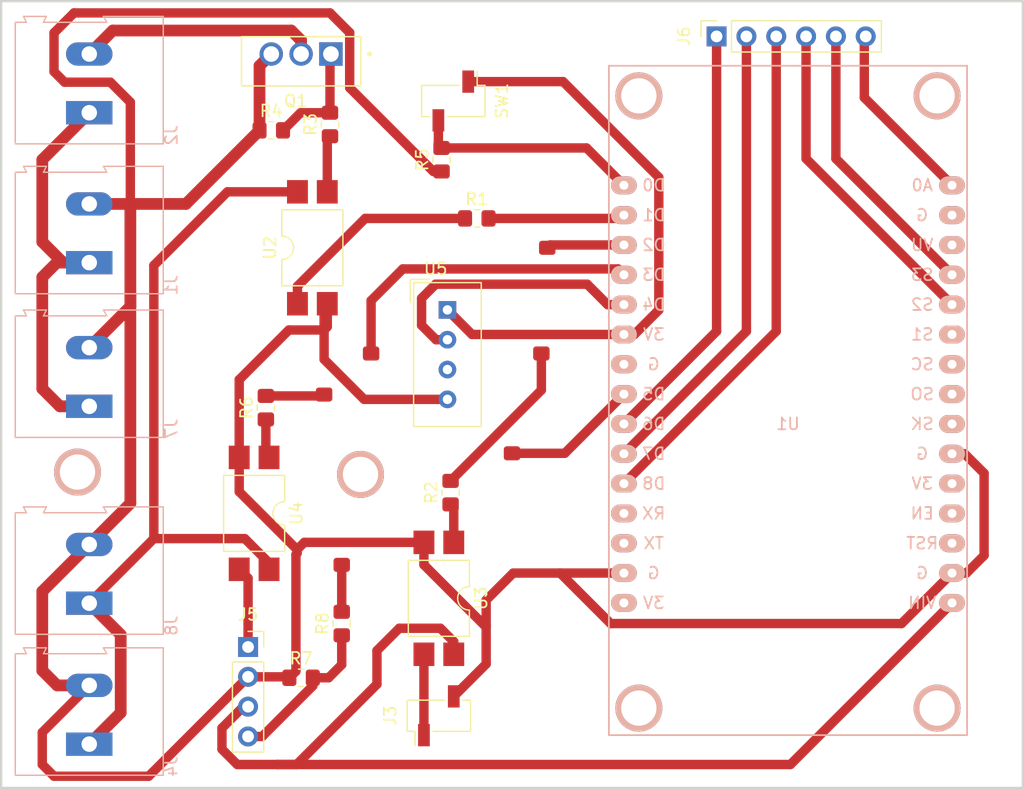
<source format=kicad_pcb>
(kicad_pcb (version 20221018) (generator pcbnew)
  (layers (0 "F.Cu" signal) (31 "B.Cu" signal) (34 "B.Paste" user) (35 "F.Paste" user) (36 "B.SilkS" user "B.Silkscreen") (37 "F.SilkS" user "F.Silkscreen") (38 "B.Mask" user) (39 "F.Mask" user) (44 "Edge.Cuts" user))
  (net 0 "")
  (net 11 "+12V")
  (net 12 "GND")
  (net 13 "Net-(J2-Pin_2)")
  (net 14 "Net-(J3-Pin_1)")
  (net 15 "+5V")
  (net 16 "Net-(J5-Pin_1)")
  (net 17 "Net-(J5-Pin_4)")
  (net 18 "Net-(J6-Pin_1)")
  (net 19 "Net-(J6-Pin_2)")
  (net 20 "Net-(J6-Pin_3)")
  (net 21 "Net-(J6-Pin_4)")
  (net 22 "Net-(J6-Pin_5)")
  (net 23 "Net-(J6-Pin_6)")
  (net 24 "Net-(Q1-Pad1)")
  (net 25 "Net-(R1-Pad1)")
  (net 26 "Net-(U1-D1(GPIO5))")
  (net 27 "Net-(R2-Pad1)")
  (net 28 "Net-(U1-D2(GPIO4))")
  (net 29 "Net-(R3-Pad1)")
  (net 30 "Net-(U1-D0(GPIO16))")
  (net 31 "Net-(R6-Pad1)")
  (net 32 "Net-(U1-D3(GPIO0))")
  (net 33 "Net-(U1-D5(GPIO14))")
  (net 34 "+3.3V")
  (net 35 "Net-(U1-D4(GPIO2))")
  (footprint "Package_DIP:SMDIP-4_W9.53mm" (layer "F.Cu") (at 87.27 133.85 -90)
    (fp_text reference "U3" (at 0 -3.6 90) (layer "F.SilkS"))
    (fp_text value "LTV-817S")
    (fp_line (start -3.235 -2.6) (end -3.235 2.6) (stroke (width 0.12)) (layer "F.SilkS"))
    (fp_line (start -3.235 2.6) (end 3.235 2.6) (stroke (width 0.12)) (layer "F.SilkS"))
    (fp_line (start -1 -2.6) (end -3.235 -2.6) (stroke (width 0.12)) (layer "F.SilkS"))
    (fp_line (start 3.235 -2.6) (end 1 -2.6) (stroke (width 0.12)) (layer "F.SilkS"))
    (fp_line (start 3.235 2.6) (end 3.235 -2.6) (stroke (width 0.12)) (layer "F.SilkS"))
    (fp_arc (start 1 -2.6) (mid 0 -1.6) (end -1 -2.6) (stroke (width 0.12)) (layer "F.SilkS"))
    (pad "1" smd rect (at -4.765 -1.27 270) (size 2 1.78) (layers "F.Cu" "F.Paste" "F.Mask") (net 27 "Net-(R2-Pad1)"))
    (pad "2" smd rect (at -4.765 1.27 270) (size 2 1.78) (layers "F.Cu" "F.Paste" "F.Mask") (net 12 "GND"))
    (pad "3" smd rect (at 4.765 1.27 270) (size 2 1.78) (layers "F.Cu" "F.Paste" "F.Mask") (net 14 "Net-(J3-Pin_1)"))
    (pad "4" smd rect (at 4.765 -1.27 270) (size 2 1.78) (layers "F.Cu" "F.Paste" "F.Mask") (net 15 "+5V"))
  )
  (footprint "Package_DIP:SMDIP-4_W9.53mm" (layer "F.Cu") (at 71.54 126.615 -90)
    (fp_text reference "U4" (at 0 -3.6 90) (layer "F.SilkS"))
    (fp_text value "LTV-817S")
    (fp_line (start -3.235 -2.6) (end -3.235 2.6) (stroke (width 0.12)) (layer "F.SilkS"))
    (fp_line (start -3.235 2.6) (end 3.235 2.6) (stroke (width 0.12)) (layer "F.SilkS"))
    (fp_line (start -1 -2.6) (end -3.235 -2.6) (stroke (width 0.12)) (layer "F.SilkS"))
    (fp_line (start 3.235 -2.6) (end 1 -2.6) (stroke (width 0.12)) (layer "F.SilkS"))
    (fp_line (start 3.235 2.6) (end 3.235 -2.6) (stroke (width 0.12)) (layer "F.SilkS"))
    (fp_arc (start 1 -2.6) (mid 0 -1.6) (end -1 -2.6) (stroke (width 0.12)) (layer "F.SilkS"))
    (pad "1" smd rect (at -4.765 -1.27 270) (size 2 1.78) (layers "F.Cu" "F.Paste" "F.Mask") (net 31 "Net-(R6-Pad1)"))
    (pad "2" smd rect (at -4.765 1.27 270) (size 2 1.78) (layers "F.Cu" "F.Paste" "F.Mask") (net 12 "GND"))
    (pad "3" smd rect (at 4.765 1.27 270) (size 2 1.78) (layers "F.Cu" "F.Paste" "F.Mask") (net 16 "Net-(J5-Pin_1)"))
    (pad "4" smd rect (at 4.765 -1.27 270) (size 2 1.78) (layers "F.Cu" "F.Paste" "F.Mask") (net 15 "+5V"))
  )
  (footprint "Resistor_SMD:R_0805_2012Metric_Pad1.20x1.40mm_HandSolder" (layer "F.Cu") (at 79 136 90)
    (fp_text reference "R8" (at 0 -1.65 90) (layer "F.SilkS"))
    (fp_text value "330R")
    (fp_line (start -0.227064 -0.735) (end 0.227064 -0.735) (stroke (width 0.12)) (layer "F.SilkS"))
    (fp_line (start -0.227064 0.735) (end 0.227064 0.735) (stroke (width 0.12)) (layer "F.SilkS"))
    (pad "1" smd roundrect (at -1 0 90) (size 1.2 1.4) (layers "F.Cu" "F.Paste" "F.Mask") (roundrect_rratio 0.2083333333) (net 17 "Net-(J5-Pin_4)"))
    (pad "2" smd roundrect (at 1 0 90) (size 1.2 1.4) (layers "F.Cu" "F.Paste" "F.Mask") (roundrect_rratio 0.2083333333) (net 33 "Net-(U1-D5(GPIO14))"))
  )
  (footprint "" (layer "F.Cu") (at 77.5 116.5)
    (fp_text reference "" (at 0 0) (layer "F.SilkS") (effects (font (size 1.27 1.27))))
    (fp_text value "" (at 0 0) (layer "F.SilkS") (effects (font (size 1.27 1.27))))
    (pad "2" smd roundrect (at 0 0 90) (size 1.2 1.4) (layers "F.Cu" "F.Paste" "F.Mask") (roundrect_rratio 0.2083333333) (net 32 "Net-(U1-D3(GPIO0))"))
  )
  (footprint "" (layer "F.Cu") (at 80.6 123.3)
    (fp_text reference "" (at 0 0) (layer "F.SilkS") (effects (font (size 1.27 1.27))))
    (fp_text value "" (at 0 0) (layer "F.SilkS") (effects (font (size 1.27 1.27))))
    (pad "10" thru_hole circle (at 0 0 180) (size 4 4) (drill 3) (layers "*.Cu" "*.Mask" "B.SilkS") (net 12 "GND"))
  )
  (footprint "" (layer "F.Cu") (at 96.5 104)
    (fp_text reference "" (at 0 0) (layer "F.SilkS") (effects (font (size 1.27 1.27))))
    (fp_text value "" (at 0 0) (layer "F.SilkS") (effects (font (size 1.27 1.27))))
    (pad "2" smd roundrect (at 0 0 90) (size 1.2 1.4) (layers "F.Cu" "F.Paste" "F.Mask") (roundrect_rratio 0.2083333333) (net 28 "Net-(U1-D2(GPIO4))"))
  )
  (footprint "" (layer "F.Cu") (at 81.5 113)
    (fp_text reference "" (at 0 0) (layer "F.SilkS") (effects (font (size 1.27 1.27))))
    (fp_text value "" (at 0 0) (layer "F.SilkS") (effects (font (size 1.27 1.27))))
    (pad "2" smd roundrect (at 0 0 90) (size 1.2 1.4) (layers "F.Cu" "F.Paste" "F.Mask") (roundrect_rratio 0.2083333333) (net 32 "Net-(U1-D3(GPIO0))"))
  )
  (footprint "Connector_PinSocket_2.54mm:PinSocket_1x02_P2.54mm_Vertical_SMD_Pin1Left" (layer "F.Cu") (at 88.5 91.5 -90)
    (fp_text reference "SW1" (at 0 -4.14 90) (layer "F.SilkS"))
    (fp_text value "button")
    (fp_line (start -2.54 -2.03) (end -1.33 -2.03) (stroke (width 0.12)) (layer "F.SilkS"))
    (fp_line (start -1.33 -2.7) (end -1.33 -2.03) (stroke (width 0.12)) (layer "F.SilkS"))
    (fp_line (start -1.33 -2.7) (end 1.33 -2.7) (stroke (width 0.12)) (layer "F.SilkS"))
    (fp_line (start -1.33 -0.51) (end -1.33 2.7) (stroke (width 0.12)) (layer "F.SilkS"))
    (fp_line (start -1.33 2.7) (end 1.33 2.7) (stroke (width 0.12)) (layer "F.SilkS"))
    (fp_line (start 1.33 -2.7) (end 1.33 0.51) (stroke (width 0.12)) (layer "F.SilkS"))
    (fp_line (start 1.33 2.03) (end 1.33 2.7) (stroke (width 0.12)) (layer "F.SilkS"))
    (pad "1" smd rect (at -1.65 -1.27 270) (size 1.9 1) (layers "F.Cu" "F.Paste" "F.Mask") (net 34 "+3.3V"))
    (pad "2" smd rect (at 1.65 1.27 270) (size 1.9 1) (layers "F.Cu" "F.Paste" "F.Mask") (net 30 "Net-(U1-D0(GPIO16))"))
  )
  (footprint "Resistor_SMD:R_0805_2012Metric_Pad1.20x1.40mm_HandSolder" (layer "F.Cu") (at 78 93.5 90)
    (fp_text reference "R3" (at 0 -1.65 90) (layer "F.SilkS"))
    (fp_text value "100R")
    (fp_line (start -0.227064 -0.735) (end 0.227064 -0.735) (stroke (width 0.12)) (layer "F.SilkS"))
    (fp_line (start -0.227064 0.735) (end 0.227064 0.735) (stroke (width 0.12)) (layer "F.SilkS"))
    (pad "1" smd roundrect (at -1 0 90) (size 1.2 1.4) (layers "F.Cu" "F.Paste" "F.Mask") (roundrect_rratio 0.2083333333) (net 29 "Net-(R3-Pad1)"))
    (pad "2" smd roundrect (at 1 0 90) (size 1.2 1.4) (layers "F.Cu" "F.Paste" "F.Mask") (roundrect_rratio 0.2083333333) (net 24 "Net-(Q1-Pad1)"))
  )
  (footprint "" (layer "F.Cu") (at 129.7 91.06)
    (fp_text reference "" (at 0 0) (layer "F.SilkS") (effects (font (size 1.27 1.27))))
    (fp_text value "" (at 0 0) (layer "F.SilkS") (effects (font (size 1.27 1.27))))
    (pad "10" thru_hole circle (at 0 0 180) (size 4 4) (drill 3) (layers "*.Cu" "*.Mask" "B.SilkS") (net 12 "GND"))
  )
  (footprint "Resistor_SMD:R_0805_2012Metric_Pad1.20x1.40mm_HandSolder" (layer "F.Cu") (at 73 94)
    (fp_text reference "R4" (at 0 -1.65) (layer "F.SilkS"))
    (fp_text value "10K")
    (fp_line (start -0.227064 -0.735) (end 0.227064 -0.735) (stroke (width 0.12)) (layer "F.SilkS"))
    (fp_line (start -0.227064 0.735) (end 0.227064 0.735) (stroke (width 0.12)) (layer "F.SilkS"))
    (pad "1" smd roundrect (at -1 0) (size 1.2 1.4) (layers "F.Cu" "F.Paste" "F.Mask") (roundrect_rratio 0.2083333333) (net 12 "GND"))
    (pad "2" smd roundrect (at 1 0) (size 1.2 1.4) (layers "F.Cu" "F.Paste" "F.Mask") (roundrect_rratio 0.2083333333) (net 24 "Net-(Q1-Pad1)"))
  )
  (footprint "IRFZ44N:TO254P1016X419X2286-3" (layer "F.Cu") (at 75.54 87.5 180)
    (fp_text reference "Q1" (at 0.46 -4) (layer "F.SilkS"))
    (fp_text value "IRFZ44N")
    (fp_line (start -5.08 -2.7175) (end 5.08 -2.7175) (stroke (width 0.127)) (layer "F.SilkS"))
    (fp_line (start -5.08 1.4775) (end -5.08 -2.7175) (stroke (width 0.127)) (layer "F.SilkS"))
    (fp_line (start 5.08 -2.7175) (end 5.08 1.4775) (stroke (width 0.127)) (layer "F.SilkS"))
    (fp_line (start 5.08 1.4775) (end -5.08 1.4775) (stroke (width 0.127)) (layer "F.SilkS"))
    (fp_circle (center -5.83 0) (end -5.73 0) (stroke (width 0.2)) (fill none) (layer "F.SilkS"))
    (pad "1" thru_hole rect (at -2.54 0 180) (size 1.995 1.995) (drill 1.33) (layers "*.Cu" "*.Mask") (net 24 "Net-(Q1-Pad1)"))
    (pad "2" thru_hole circle (at 0 0 180) (size 1.995 1.995) (drill 1.33) (layers "*.Cu" "*.Mask") (net 13 "Net-(J2-Pin_2)"))
    (pad "3" thru_hole circle (at 2.54 0 180) (size 1.995 1.995) (drill 1.33) (layers "*.Cu" "*.Mask") (net 12 "GND"))
  )
  (footprint "" (layer "F.Cu") (at 129.7 143.2)
    (fp_text reference "" (at 0 0) (layer "F.SilkS") (effects (font (size 1.27 1.27))))
    (fp_text value "" (at 0 0) (layer "F.SilkS") (effects (font (size 1.27 1.27))))
    (pad "10" thru_hole circle (at 0 0 180) (size 4 4) (drill 3) (layers "*.Cu" "*.Mask" "B.SilkS") (net 12 "GND"))
  )
  (footprint "Resistor_SMD:R_0805_2012Metric_Pad1.20x1.40mm_HandSolder" (layer "F.Cu") (at 72.54 117.615 90)
    (fp_text reference "R6" (at 0 -1.65 90) (layer "F.SilkS"))
    (fp_text value "330R")
    (fp_line (start -0.227064 -0.735) (end 0.227064 -0.735) (stroke (width 0.12)) (layer "F.SilkS"))
    (fp_line (start -0.227064 0.735) (end 0.227064 0.735) (stroke (width 0.12)) (layer "F.SilkS"))
    (pad "1" smd roundrect (at -1 0 90) (size 1.2 1.4) (layers "F.Cu" "F.Paste" "F.Mask") (roundrect_rratio 0.2083333333) (net 31 "Net-(R6-Pad1)"))
    (pad "2" smd roundrect (at 1 0 90) (size 1.2 1.4) (layers "F.Cu" "F.Paste" "F.Mask") (roundrect_rratio 0.2083333333) (net 32 "Net-(U1-D3(GPIO0))"))
  )
  (footprint "" (layer "F.Cu") (at 56.5 123.1)
    (fp_text reference "" (at 0 0) (layer "F.SilkS") (effects (font (size 1.27 1.27))))
    (fp_text value "" (at 0 0) (layer "F.SilkS") (effects (font (size 1.27 1.27))))
    (pad "10" thru_hole circle (at 0 0 180) (size 4 4) (drill 3) (layers "*.Cu" "*.Mask" "B.SilkS") (net 12 "GND"))
  )
  (footprint "" (layer "F.Cu") (at 104.3 143.2)
    (fp_text reference "" (at 0 0) (layer "F.SilkS") (effects (font (size 1.27 1.27))))
    (fp_text value "" (at 0 0) (layer "F.SilkS") (effects (font (size 1.27 1.27))))
    (pad "10" thru_hole circle (at 0 0 180) (size 4 4) (drill 3) (layers "*.Cu" "*.Mask" "B.SilkS"))
  )
  (footprint "Connector_PinSocket_2.54mm:PinSocket_1x02_P2.54mm_Vertical_SMD_Pin1Left" (layer "F.Cu") (at 87.27 143.85 90)
    (fp_text reference "J3" (at 0 -4.14 90) (layer "F.SilkS"))
    (fp_text value "button_led")
    (fp_line (start -2.54 -2.03) (end -1.33 -2.03) (stroke (width 0.12)) (layer "F.SilkS"))
    (fp_line (start -1.33 -2.7) (end -1.33 -2.03) (stroke (width 0.12)) (layer "F.SilkS"))
    (fp_line (start -1.33 -2.7) (end 1.33 -2.7) (stroke (width 0.12)) (layer "F.SilkS"))
    (fp_line (start -1.33 -0.51) (end -1.33 2.7) (stroke (width 0.12)) (layer "F.SilkS"))
    (fp_line (start -1.33 2.7) (end 1.33 2.7) (stroke (width 0.12)) (layer "F.SilkS"))
    (fp_line (start 1.33 -2.7) (end 1.33 0.51) (stroke (width 0.12)) (layer "F.SilkS"))
    (fp_line (start 1.33 2.03) (end 1.33 2.7) (stroke (width 0.12)) (layer "F.SilkS"))
    (pad "1" smd rect (at -1.65 -1.27 90) (size 1.9 1) (layers "F.Cu" "F.Paste" "F.Mask") (net 14 "Net-(J3-Pin_1)"))
    (pad "2" smd rect (at 1.65 1.27 90) (size 1.9 1) (layers "F.Cu" "F.Paste" "F.Mask") (net 12 "GND"))
  )
  (footprint "" (layer "F.Cu") (at 79 131)
    (fp_text reference "" (at 0 0) (layer "F.SilkS") (effects (font (size 1.27 1.27))))
    (fp_text value "" (at 0 0) (layer "F.SilkS") (effects (font (size 1.27 1.27))))
    (pad "2" smd roundrect (at 0 0 90) (size 1.2 1.4) (layers "F.Cu" "F.Paste" "F.Mask") (roundrect_rratio 0.2083333333) (net 33 "Net-(U1-D5(GPIO14))"))
  )
  (footprint "Resistor_SMD:R_0805_2012Metric_Pad1.20x1.40mm_HandSolder" (layer "F.Cu") (at 90.5 101.5)
    (fp_text reference "R1" (at 0 -1.65) (layer "F.SilkS"))
    (fp_text value "330R")
    (fp_line (start -0.227064 -0.735) (end 0.227064 -0.735) (stroke (width 0.12)) (layer "F.SilkS"))
    (fp_line (start -0.227064 0.735) (end 0.227064 0.735) (stroke (width 0.12)) (layer "F.SilkS"))
    (pad "1" smd roundrect (at -1 0) (size 1.2 1.4) (layers "F.Cu" "F.Paste" "F.Mask") (roundrect_rratio 0.2083333333) (net 25 "Net-(R1-Pad1)"))
    (pad "2" smd roundrect (at 1 0) (size 1.2 1.4) (layers "F.Cu" "F.Paste" "F.Mask") (roundrect_rratio 0.2083333333) (net 26 "Net-(U1-D1(GPIO5))"))
  )
  (footprint "Connector_PinSocket_2.54mm:PinSocket_1x06_P2.54mm_Vertical" (layer "F.Cu") (at 110.92 86 90)
    (fp_text reference "J6" (at 0 -2.77 90) (layer "F.SilkS"))
    (fp_text value "Conn_01x06_Socket" hide)
    (fp_line (start -1.33 1.27) (end -1.33 14.03) (stroke (width 0.12)) (layer "F.SilkS"))
    (fp_line (start -1.33 1.27) (end 1.33 1.27) (stroke (width 0.12)) (layer "F.SilkS"))
    (fp_line (start -1.33 14.03) (end 1.33 14.03) (stroke (width 0.12)) (layer "F.SilkS"))
    (fp_line (start 0 -1.33) (end 1.33 -1.33) (stroke (width 0.12)) (layer "F.SilkS"))
    (fp_line (start 1.33 -1.33) (end 1.33 0) (stroke (width 0.12)) (layer "F.SilkS"))
    (fp_line (start 1.33 1.27) (end 1.33 14.03) (stroke (width 0.12)) (layer "F.SilkS"))
    (pad "1" thru_hole rect (at 0 0 90) (size 1.7 1.7) (drill 1) (layers "*.Cu" "*.Mask") (net 18 "Net-(J6-Pin_1)"))
    (pad "2" thru_hole oval (at 0 2.54 90) (size 1.7 1.7) (drill 1) (layers "*.Cu" "*.Mask") (net 19 "Net-(J6-Pin_2)"))
    (pad "3" thru_hole oval (at 0 5.08 90) (size 1.7 1.7) (drill 1) (layers "*.Cu" "*.Mask") (net 20 "Net-(J6-Pin_3)"))
    (pad "4" thru_hole oval (at 0 7.62 90) (size 1.7 1.7) (drill 1) (layers "*.Cu" "*.Mask") (net 21 "Net-(J6-Pin_4)"))
    (pad "5" thru_hole oval (at 0 10.16 90) (size 1.7 1.7) (drill 1) (layers "*.Cu" "*.Mask") (net 22 "Net-(J6-Pin_5)"))
    (pad "6" thru_hole oval (at 0 12.7 90) (size 1.7 1.7) (drill 1) (layers "*.Cu" "*.Mask") (net 23 "Net-(J6-Pin_6)"))
  )
  (footprint "" (layer "F.Cu") (at 104.3 91.06)
    (fp_text reference "" (at 0 0) (layer "F.SilkS") (effects (font (size 1.27 1.27))))
    (fp_text value "" (at 0 0) (layer "F.SilkS") (effects (font (size 1.27 1.27))))
    (pad "10" thru_hole circle (at 0 0 180) (size 4 4) (drill 3) (layers "*.Cu" "*.Mask" "B.SilkS"))
  )
  (footprint "" (layer "F.Cu") (at 93.5 121.5)
    (fp_text reference "" (at 0 0) (layer "F.SilkS") (effects (font (size 1.27 1.27))))
    (fp_text value "" (at 0 0) (layer "F.SilkS") (effects (font (size 1.27 1.27))))
    (pad "2" smd roundrect (at 0 0 90) (size 1.2 1.4) (layers "F.Cu" "F.Paste" "F.Mask") (roundrect_rratio 0.2083333333) (net 33 "Net-(U1-D5(GPIO14))"))
  )
  (footprint "Connector_PinSocket_2.54mm:PinSocket_1x04_P2.54mm_Vertical" (layer "F.Cu") (at 71.025 137.995)
    (fp_text reference "J5" (at 0 -2.77) (layer "F.SilkS"))
    (fp_text value "relay+button")
    (fp_line (start -1.33 1.27) (end -1.33 8.95) (stroke (width 0.12)) (layer "F.SilkS"))
    (fp_line (start -1.33 1.27) (end 1.33 1.27) (stroke (width 0.12)) (layer "F.SilkS"))
    (fp_line (start -1.33 8.95) (end 1.33 8.95) (stroke (width 0.12)) (layer "F.SilkS"))
    (fp_line (start 0 -1.33) (end 1.33 -1.33) (stroke (width 0.12)) (layer "F.SilkS"))
    (fp_line (start 1.33 -1.33) (end 1.33 0) (stroke (width 0.12)) (layer "F.SilkS"))
    (fp_line (start 1.33 1.27) (end 1.33 8.95) (stroke (width 0.12)) (layer "F.SilkS"))
    (pad "1" thru_hole rect (at 0 0) (size 1.7 1.7) (drill 1) (layers "*.Cu" "*.Mask") (net 16 "Net-(J5-Pin_1)"))
    (pad "2" thru_hole oval (at 0 2.54) (size 1.7 1.7) (drill 1) (layers "*.Cu" "*.Mask") (net 12 "GND"))
    (pad "3" thru_hole oval (at 0 5.08) (size 1.7 1.7) (drill 1) (layers "*.Cu" "*.Mask") (net 15 "+5V"))
    (pad "4" thru_hole oval (at 0 7.62) (size 1.7 1.7) (drill 1) (layers "*.Cu" "*.Mask") (net 17 "Net-(J5-Pin_4)"))
  )
  (footprint "" (layer "F.Cu") (at 96 113)
    (fp_text reference "" (at 0 0) (layer "F.SilkS") (effects (font (size 1.27 1.27))))
    (fp_text value "" (at 0 0) (layer "F.SilkS") (effects (font (size 1.27 1.27))))
    (pad "2" smd roundrect (at 0 0 90) (size 1.2 1.4) (layers "F.Cu" "F.Paste" "F.Mask") (roundrect_rratio 0.2083333333) (net 28 "Net-(U1-D2(GPIO4))"))
  )
  (footprint "Resistor_SMD:R_0805_2012Metric_Pad1.20x1.40mm_HandSolder" (layer "F.Cu") (at 88.27 124.85 90)
    (fp_text reference "R2" (at 0 -1.65 90) (layer "F.SilkS"))
    (fp_text value "330R")
    (fp_line (start -0.227064 -0.735) (end 0.227064 -0.735) (stroke (width 0.12)) (layer "F.SilkS"))
    (fp_line (start -0.227064 0.735) (end 0.227064 0.735) (stroke (width 0.12)) (layer "F.SilkS"))
    (pad "1" smd roundrect (at -1 0 90) (size 1.2 1.4) (layers "F.Cu" "F.Paste" "F.Mask") (roundrect_rratio 0.2083333333) (net 27 "Net-(R2-Pad1)"))
    (pad "2" smd roundrect (at 1 0 90) (size 1.2 1.4) (layers "F.Cu" "F.Paste" "F.Mask") (roundrect_rratio 0.2083333333) (net 28 "Net-(U1-D2(GPIO4))"))
  )
  (footprint "Package_DIP:SMDIP-4_W9.53mm" (layer "F.Cu") (at 76.5 104 90)
    (fp_text reference "U2" (at 0 -3.6 90) (layer "F.SilkS"))
    (fp_text value "LTV-817S")
    (fp_line (start -3.235 -2.6) (end -3.235 2.6) (stroke (width 0.12)) (layer "F.SilkS"))
    (fp_line (start -3.235 2.6) (end 3.235 2.6) (stroke (width 0.12)) (layer "F.SilkS"))
    (fp_line (start -1 -2.6) (end -3.235 -2.6) (stroke (width 0.12)) (layer "F.SilkS"))
    (fp_line (start 3.235 -2.6) (end 1 -2.6) (stroke (width 0.12)) (layer "F.SilkS"))
    (fp_line (start 3.235 2.6) (end 3.235 -2.6) (stroke (width 0.12)) (layer "F.SilkS"))
    (fp_arc (start 1 -2.6) (mid 0 -1.6) (end -1 -2.6) (stroke (width 0.12)) (layer "F.SilkS"))
    (pad "1" smd rect (at -4.765 -1.27 90) (size 2 1.78) (layers "F.Cu" "F.Paste" "F.Mask") (net 25 "Net-(R1-Pad1)"))
    (pad "2" smd rect (at -4.765 1.27 90) (size 2 1.78) (layers "F.Cu" "F.Paste" "F.Mask") (net 12 "GND"))
    (pad "3" smd rect (at 4.765 1.27 90) (size 2 1.78) (layers "F.Cu" "F.Paste" "F.Mask") (net 29 "Net-(R3-Pad1)"))
    (pad "4" smd rect (at 4.765 -1.27 90) (size 2 1.78) (layers "F.Cu" "F.Paste" "F.Mask") (net 15 "+5V"))
  )
  (footprint "Resistor_SMD:R_0805_2012Metric_Pad1.20x1.40mm_HandSolder" (layer "F.Cu") (at 87.5 96.5 90)
    (fp_text reference "R5" (at 0 -1.65 90) (layer "F.SilkS"))
    (fp_text value "10K")
    (fp_line (start -0.227064 -0.735) (end 0.227064 -0.735) (stroke (width 0.12)) (layer "F.SilkS"))
    (fp_line (start -0.227064 0.735) (end 0.227064 0.735) (stroke (width 0.12)) (layer "F.SilkS"))
    (pad "1" smd roundrect (at -1 0 90) (size 1.2 1.4) (layers "F.Cu" "F.Paste" "F.Mask") (roundrect_rratio 0.2083333333) (net 12 "GND"))
    (pad "2" smd roundrect (at 1 0 90) (size 1.2 1.4) (layers "F.Cu" "F.Paste" "F.Mask") (roundrect_rratio 0.2083333333) (net 30 "Net-(U1-D0(GPIO16))"))
  )
  (footprint "Resistor_SMD:R_0805_2012Metric_Pad1.20x1.40mm_HandSolder" (layer "F.Cu") (at 75.54 140.615)
    (fp_text reference "R7" (at 0 -1.65) (layer "F.SilkS"))
    (fp_text value "10K")
    (fp_line (start -0.227064 -0.735) (end 0.227064 -0.735) (stroke (width 0.12)) (layer "F.SilkS"))
    (fp_line (start -0.227064 0.735) (end 0.227064 0.735) (stroke (width 0.12)) (layer "F.SilkS"))
    (pad "1" smd roundrect (at -1 0) (size 1.2 1.4) (layers "F.Cu" "F.Paste" "F.Mask") (roundrect_rratio 0.2083333333) (net 12 "GND"))
    (pad "2" smd roundrect (at 1 0) (size 1.2 1.4) (layers "F.Cu" "F.Paste" "F.Mask") (roundrect_rratio 0.2083333333) (net 17 "Net-(J5-Pin_4)"))
  )
  (footprint "Sensor:Aosong_DHT11_5.5x12.0_P2.54mm" (layer "F.Cu") (at 88 109.2875)
    (fp_text reference "U5" (at -1 -3.5) (layer "F.SilkS"))
    (fp_text value "DHT11")
    (fp_line (start -3.16 -2.6) (end -3.16 -0.6) (stroke (width 0.12)) (layer "F.SilkS"))
    (fp_line (start -3.16 -2.6) (end -1.55 -2.6) (stroke (width 0.12)) (layer "F.SilkS"))
    (fp_line (start -2.88 9.94) (end -2.88 -2.31) (stroke (width 0.12)) (layer "F.SilkS"))
    (fp_line (start -2.87 -2.32) (end 2.87 -2.32) (stroke (width 0.12)) (layer "F.SilkS"))
    (fp_line (start 2.88 -2.32) (end 2.88 9.94) (stroke (width 0.12)) (layer "F.SilkS"))
    (fp_line (start 2.88 9.94) (end -2.88 9.94) (stroke (width 0.12)) (layer "F.SilkS"))
    (pad "1" thru_hole rect (at 0 0) (size 1.5 1.5) (drill 0.8) (layers "*.Cu" "*.Mask") (net 34 "+3.3V"))
    (pad "2" thru_hole circle (at 0 2.54) (size 1.5 1.5) (drill 0.8) (layers "*.Cu" "*.Mask") (net 35 "Net-(U1-D4(GPIO2))"))
    (pad "3" thru_hole circle (at 0 5.08) (size 1.5 1.5) (drill 0.8) (layers "*.Cu" "*.Mask"))
    (pad "4" thru_hole circle (at 0 7.62) (size 1.5 1.5) (drill 0.8) (layers "*.Cu" "*.Mask") (net 12 "GND"))
  )
  (footprint "TerminalBlock:TerminalBlock_Altech_AK300-2_P5.00mm" (layer "B.Cu") (at 57.5 134.265 90)
    (fp_text reference "J8" (at -1.92 6.99 90) (layer "B.SilkS") (effects (justify mirror)))
    (fp_text value "5v" hide)
    (fp_line (start -2.65 -6.3) (end 7.7 -6.3) (stroke (width 0.12)) (layer "B.SilkS"))
    (fp_line (start -2.65 6.3) (end -2.65 -6.3) (stroke (width 0.12)) (layer "B.SilkS"))
    (fp_line (start 7.7 -6.3) (end 7.7 -5.35) (stroke (width 0.12)) (layer "B.SilkS"))
    (fp_line (start 7.7 -5.35) (end 8.2 -5.6) (stroke (width 0.12)) (layer "B.SilkS"))
    (fp_line (start 7.7 -3.9) (end 7.7 1.5) (stroke (width 0.12)) (layer "B.SilkS"))
    (fp_line (start 7.7 1.5) (end 8.2 1.2) (stroke (width 0.12)) (layer "B.SilkS"))
    (fp_line (start 8.2 -5.6) (end 8.2 -3.7) (stroke (width 0.12)) (layer "B.SilkS"))
    (fp_line (start 8.2 -3.7) (end 8.2 -3.65) (stroke (width 0.12)) (layer "B.SilkS"))
    (fp_line (start 8.2 -3.65) (end 7.7 -3.9) (stroke (width 0.12)) (layer "B.SilkS"))
    (fp_line (start 8.2 1.2) (end 8.2 6.3) (stroke (width 0.12)) (layer "B.SilkS"))
    (fp_line (start 8.2 6.3) (end -2.65 6.3) (stroke (width 0.12)) (layer "B.SilkS"))
    (pad "1" thru_hole rect (at 0 0 90) (size 1.98 3.96) (drill 1.32) (layers "*.Cu" "*.Mask") (net 15 "+5V"))
    (pad "2" thru_hole oval (at 5 0 90) (size 1.98 3.96) (drill 1.32) (layers "*.Cu" "*.Mask") (net 12 "GND"))
  )
  (footprint "TerminalBlock:TerminalBlock_Altech_AK300-2_P5.00mm" (layer "B.Cu") (at 57.5 117.5 90)
    (fp_text reference "J7" (at -1.92 6.99 90) (layer "B.SilkS") (effects (justify mirror)))
    (fp_text value "12v" hide)
    (fp_line (start -2.65 -6.3) (end 7.7 -6.3) (stroke (width 0.12)) (layer "B.SilkS"))
    (fp_line (start -2.65 6.3) (end -2.65 -6.3) (stroke (width 0.12)) (layer "B.SilkS"))
    (fp_line (start 7.7 -6.3) (end 7.7 -5.35) (stroke (width 0.12)) (layer "B.SilkS"))
    (fp_line (start 7.7 -5.35) (end 8.2 -5.6) (stroke (width 0.12)) (layer "B.SilkS"))
    (fp_line (start 7.7 -3.9) (end 7.7 1.5) (stroke (width 0.12)) (layer "B.SilkS"))
    (fp_line (start 7.7 1.5) (end 8.2 1.2) (stroke (width 0.12)) (layer "B.SilkS"))
    (fp_line (start 8.2 -5.6) (end 8.2 -3.7) (stroke (width 0.12)) (layer "B.SilkS"))
    (fp_line (start 8.2 -3.7) (end 8.2 -3.65) (stroke (width 0.12)) (layer "B.SilkS"))
    (fp_line (start 8.2 -3.65) (end 7.7 -3.9) (stroke (width 0.12)) (layer "B.SilkS"))
    (fp_line (start 8.2 1.2) (end 8.2 6.3) (stroke (width 0.12)) (layer "B.SilkS"))
    (fp_line (start 8.2 6.3) (end -2.65 6.3) (stroke (width 0.12)) (layer "B.SilkS"))
    (pad "1" thru_hole rect (at 0 0 90) (size 1.98 3.96) (drill 1.32) (layers "*.Cu" "*.Mask") (net 11 "+12V"))
    (pad "2" thru_hole oval (at 5 0 90) (size 1.98 3.96) (drill 1.32) (layers "*.Cu" "*.Mask") (net 12 "GND"))
  )
  (footprint "TerminalBlock:TerminalBlock_Altech_AK300-2_P5.00mm" (layer "B.Cu") (at 57.5 105.265 90)
    (fp_text reference "J1" (at -1.92 6.99 90) (layer "B.SilkS") (effects (justify mirror)))
    (fp_text value "12v")
    (fp_line (start -2.65 -6.3) (end 7.7 -6.3) (stroke (width 0.12)) (layer "B.SilkS"))
    (fp_line (start -2.65 6.3) (end -2.65 -6.3) (stroke (width 0.12)) (layer "B.SilkS"))
    (fp_line (start 7.7 -6.3) (end 7.7 -5.35) (stroke (width 0.12)) (layer "B.SilkS"))
    (fp_line (start 7.7 -5.35) (end 8.2 -5.6) (stroke (width 0.12)) (layer "B.SilkS"))
    (fp_line (start 7.7 -3.9) (end 7.7 1.5) (stroke (width 0.12)) (layer "B.SilkS"))
    (fp_line (start 7.7 1.5) (end 8.2 1.2) (stroke (width 0.12)) (layer "B.SilkS"))
    (fp_line (start 8.2 -5.6) (end 8.2 -3.7) (stroke (width 0.12)) (layer "B.SilkS"))
    (fp_line (start 8.2 -3.7) (end 8.2 -3.65) (stroke (width 0.12)) (layer "B.SilkS"))
    (fp_line (start 8.2 -3.65) (end 7.7 -3.9) (stroke (width 0.12)) (layer "B.SilkS"))
    (fp_line (start 8.2 1.2) (end 8.2 6.3) (stroke (width 0.12)) (layer "B.SilkS"))
    (fp_line (start 8.2 6.3) (end -2.65 6.3) (stroke (width 0.12)) (layer "B.SilkS"))
    (pad "1" thru_hole rect (at 0 0 90) (size 1.98 3.96) (drill 1.32) (layers "*.Cu" "*.Mask") (net 11 "+12V"))
    (pad "2" thru_hole oval (at 5 0 90) (size 1.98 3.96) (drill 1.32) (layers "*.Cu" "*.Mask") (net 12 "GND"))
  )
  (footprint "ESP8266:NodeMCU-LoLinV3" (layer "B.Cu") (at 117 119 180)
    (fp_text reference "U1" (at 0 0) (layer "B.SilkS") (effects (justify mirror)))
    (fp_text value "NodeMCU1.0(ESP-12E)")
    (fp_text user "SK" (at -11.43 0) (layer "B.SilkS") (effects (justify mirror)))
    (fp_text user "D8" (at 11.43 -5.08) (layer "B.SilkS") (effects (justify mirror)))
    (fp_text user "D0" (at 11.43 20.32) (layer "B.SilkS") (effects (justify mirror)))
    (fp_text user "S1" (at -11.43 7.62) (layer "B.SilkS") (effects (justify mirror)))
    (fp_text user "RX" (at 11.43 -7.62) (layer "B.SilkS") (effects (justify mirror)))
    (fp_text user "RST" (at -11.43 -10.16) (layer "B.SilkS") (effects (justify mirror)))
    (fp_text user "D3" (at 11.43 12.7) (layer "B.SilkS") (effects (justify mirror)))
    (fp_text user "D7" (at 11.43 -2.54) (layer "B.SilkS") (effects (justify mirror)))
    (fp_text user "SO" (at -11.43 2.54) (layer "B.SilkS") (effects (justify mirror)))
    (fp_text user "D4" (at 11.43 10.16) (layer "B.SilkS") (effects (justify mirror)))
    (fp_text user "D2" (at 11.43 15.24) (layer "B.SilkS") (effects (justify mirror)))
    (fp_text user "G" (at 11.43 5.08) (layer "B.SilkS") (effects (justify mirror)))
    (fp_text user "3V" (at 11.43 7.62) (layer "B.SilkS") (effects (justify mirror)))
    (fp_text user "G" (at -11.43 -2.54) (layer "B.SilkS") (effects (justify mirror)))
    (fp_text user "3V" (at -11.43 -5.08) (layer "B.SilkS") (effects (justify mirror)))
    (fp_text user "VU" (at -11.43 15.24) (layer "B.SilkS") (effects (justify mirror)))
    (fp_text user "SC" (at -11.43 5.08) (layer "B.SilkS") (effects (justify mirror)))
    (fp_text user "S3" (at -11.43 12.7) (layer "B.SilkS") (effects (justify mirror)))
    (fp_text user "D5" (at 11.43 2.54) (layer "B.SilkS") (effects (justify mirror)))
    (fp_text user "S2" (at -11.43 10.16) (layer "B.SilkS") (effects (justify mirror)))
    (fp_text user "3V" (at 11.43 -15.24) (layer "B.SilkS") (effects (justify mirror)))
    (fp_text user "A0" (at -11.43 20.32) (layer "B.SilkS") (effects (justify mirror)))
    (fp_text user "G" (at -11.43 17.78) (layer "B.SilkS") (effects (justify mirror)))
    (fp_text user "TX" (at 11.43 -10.16) (layer "B.SilkS") (effects (justify mirror)))
    (fp_text user "D6" (at 11.43 0) (layer "B.SilkS") (effects (justify mirror)))
    (fp_text user "D1" (at 11.43 17.78) (layer "B.SilkS") (effects (justify mirror)))
    (fp_text user "G" (at 11.43 -12.7) (layer "B.SilkS") (effects (justify mirror)))
    (fp_text user "G" (at -11.43 -12.7) (layer "B.SilkS") (effects (justify mirror)))
    (fp_text user "EN" (at -11.43 -7.62) (layer "B.SilkS") (effects (justify mirror)))
    (fp_text user "VIN" (at -11.43 -15.24) (layer "B.SilkS") (effects (justify mirror)))
    (fp_line (start -15.25 -26.5) (end 15.25 -26.5) (stroke (width 0.15)) (layer "B.SilkS"))
    (fp_line (start -15.25 30.5) (end -15.25 -26.5) (stroke (width 0.15)) (layer "B.SilkS"))
    (fp_line (start -14.75 30.5) (end -15.25 30.5) (stroke (width 0.15)) (layer "B.SilkS"))
    (fp_line (start 15.25 -26.5) (end 15.25 30.5) (stroke (width 0.15)) (layer "B.SilkS"))
    (fp_line (start 15.25 30.5) (end -14.75 30.5) (stroke (width 0.15)) (layer "B.SilkS"))
    (fp_circle (center -12.7 -24.13) (end -11.43 -22.86) (stroke (width 0.15)) (fill none) (layer "B.SilkS"))
    (fp_circle (center -12.7 27.94) (end -11.43 29.21) (stroke (width 0.15)) (fill none) (layer "B.SilkS"))
    (fp_circle (center 12.7 -24.13) (end 13.97 -22.86) (stroke (width 0.15)) (fill none) (layer "B.SilkS"))
    (fp_circle (center 12.7 27.94) (end 13.97 29.21) (stroke (width 0.15)) (fill none) (layer "B.SilkS"))
    (pad "1" thru_hole oval (at -13.97 20.32 180) (size 2.2 1.524) (drill 0.762) (layers "*.Cu" "*.Mask" "B.SilkS") (net 23 "Net-(J6-Pin_6)"))
    (pad "2" thru_hole oval (at -13.97 17.78 180) (size 2.2 1.524) (drill 0.762) (layers "*.Cu" "*.Mask" "B.SilkS"))
    (pad "3" thru_hole oval (at -13.97 15.24 180) (size 2.2 1.524) (drill 0.762) (layers "*.Cu" "*.Mask" "B.SilkS"))
    (pad "4" thru_hole oval (at -13.97 12.7 180) (size 2.2 1.524) (drill 0.762) (layers "*.Cu" "*.Mask" "B.SilkS") (net 22 "Net-(J6-Pin_5)"))
    (pad "5" thru_hole oval (at -13.97 10.16 180) (size 2.2 1.524) (drill 0.762) (layers "*.Cu" "*.Mask" "B.SilkS") (net 21 "Net-(J6-Pin_4)"))
    (pad "6" thru_hole oval (at -13.97 7.62 180) (size 2.2 1.524) (drill 0.762) (layers "*.Cu" "*.Mask" "B.SilkS"))
    (pad "7" thru_hole oval (at -13.97 5.08 180) (size 2.2 1.524) (drill 0.762) (layers "*.Cu" "*.Mask" "B.SilkS"))
    (pad "8" thru_hole oval (at -13.97 2.54 180) (size 2.2 1.524) (drill 0.762) (layers "*.Cu" "*.Mask" "B.SilkS"))
    (pad "9" thru_hole oval (at -13.97 0 180) (size 2.2 1.524) (drill 0.762) (layers "*.Cu" "*.Mask" "B.SilkS"))
    (pad "10" thru_hole oval (at -13.97 -2.54 180) (size 2.2 1.524) (drill 0.762) (layers "*.Cu" "*.Mask" "B.SilkS") (net 12 "GND"))
    (pad "11" thru_hole oval (at -13.97 -5.08 180) (size 2.2 1.524) (drill 0.762) (layers "*.Cu" "*.Mask" "B.SilkS") (net 34 "+3.3V"))
    (pad "12" thru_hole oval (at -13.97 -7.62 180) (size 2.2 1.524) (drill 0.762) (layers "*.Cu" "*.Mask" "B.SilkS"))
    (pad "13" thru_hole oval (at -13.97 -10.16 180) (size 2.2 1.524) (drill 0.762) (layers "*.Cu" "*.Mask" "B.SilkS"))
    (pad "14" thru_hole oval (at -13.97 -12.7 180) (size 2.2 1.524) (drill 0.762) (layers "*.Cu" "*.Mask" "B.SilkS") (net 12 "GND"))
    (pad "15" thru_hole oval (at -13.97 -15.24 180) (size 2.2 1.524) (drill 0.762) (layers "*.Cu" "*.Mask" "B.SilkS") (net 15 "+5V"))
    (pad "16" thru_hole oval (at 13.97 -15.24 180) (size 2.2 1.524) (drill 0.762) (layers "*.Cu" "*.Mask" "B.SilkS") (net 34 "+3.3V"))
    (pad "17" thru_hole oval (at 13.97 -12.7 180) (size 2.2 1.524) (drill 0.762) (layers "*.Cu" "*.Mask" "B.SilkS") (net 12 "GND"))
    (pad "18" thru_hole oval (at 13.97 -10.16 180) (size 2.2 1.524) (drill 0.762) (layers "*.Cu" "*.Mask" "B.SilkS"))
    (pad "19" thru_hole oval (at 13.97 -7.62 180) (size 2.2 1.524) (drill 0.762) (layers "*.Cu" "*.Mask" "B.SilkS"))
    (pad "20" thru_hole oval (at 13.97 -5.08 180) (size 2.2 1.524) (drill 0.762) (layers "*.Cu" "*.Mask" "B.SilkS") (net 20 "Net-(J6-Pin_3)"))
    (pad "21" thru_hole oval (at 13.97 -2.54 180) (size 2.2 1.524) (drill 0.762) (layers "*.Cu" "*.Mask" "B.SilkS") (net 19 "Net-(J6-Pin_2)"))
    (pad "22" thru_hole oval (at 13.97 0 180) (size 2.2 1.524) (drill 0.762) (layers "*.Cu" "*.Mask" "B.SilkS") (net 18 "Net-(J6-Pin_1)"))
    (pad "23" thru_hole oval (at 13.97 2.54 180) (size 2.2 1.524) (drill 0.762) (layers "*.Cu" "*.Mask" "B.SilkS") (net 33 "Net-(U1-D5(GPIO14))"))
    (pad "24" thru_hole oval (at 13.97 5.08 180) (size 2.2 1.524) (drill 0.762) (layers "*.Cu" "*.Mask" "B.SilkS") (net 12 "GND"))
    (pad "25" thru_hole oval (at 13.97 7.62 180) (size 2.2 1.524) (drill 0.762) (layers "*.Cu" "*.Mask" "B.SilkS") (net 34 "+3.3V"))
    (pad "26" thru_hole oval (at 13.97 10.16 180) (size 2.2 1.524) (drill 0.762) (layers "*.Cu" "*.Mask" "B.SilkS") (net 35 "Net-(U1-D4(GPIO2))"))
    (pad "27" thru_hole oval (at 13.97 12.7 180) (size 2.2 1.524) (drill 0.762) (layers "*.Cu" "*.Mask" "B.SilkS") (net 32 "Net-(U1-D3(GPIO0))"))
    (pad "28" thru_hole oval (at 13.97 15.24 180) (size 2.2 1.524) (drill 0.762) (layers "*.Cu" "*.Mask" "B.SilkS") (net 28 "Net-(U1-D2(GPIO4))"))
    (pad "29" thru_hole oval (at 13.97 17.78 180) (size 2.2 1.524) (drill 0.762) (layers "*.Cu" "*.Mask" "B.SilkS") (net 26 "Net-(U1-D1(GPIO5))"))
    (pad "30" thru_hole oval (at 13.97 20.32 180) (size 2.2 1.524) (drill 0.762) (layers "*.Cu" "*.Mask" "B.SilkS") (net 30 "Net-(U1-D0(GPIO16))"))
  )
  (footprint "TerminalBlock:TerminalBlock_Altech_AK300-2_P5.00mm" (layer "B.Cu") (at 57.5 146.265 90)
    (fp_text reference "J4" (at -1.92 6.99 90) (layer "B.SilkS") (effects (justify mirror)))
    (fp_text value "5v" hide)
    (fp_line (start -2.65 -6.3) (end 7.7 -6.3) (stroke (width 0.12)) (layer "B.SilkS"))
    (fp_line (start -2.65 6.3) (end -2.65 -6.3) (stroke (width 0.12)) (layer "B.SilkS"))
    (fp_line (start 7.7 -6.3) (end 7.7 -5.35) (stroke (width 0.12)) (layer "B.SilkS"))
    (fp_line (start 7.7 -5.35) (end 8.2 -5.6) (stroke (width 0.12)) (layer "B.SilkS"))
    (fp_line (start 7.7 -3.9) (end 7.7 1.5) (stroke (width 0.12)) (layer "B.SilkS"))
    (fp_line (start 7.7 1.5) (end 8.2 1.2) (stroke (width 0.12)) (layer "B.SilkS"))
    (fp_line (start 8.2 -5.6) (end 8.2 -3.7) (stroke (width 0.12)) (layer "B.SilkS"))
    (fp_line (start 8.2 -3.7) (end 8.2 -3.65) (stroke (width 0.12)) (layer "B.SilkS"))
    (fp_line (start 8.2 -3.65) (end 7.7 -3.9) (stroke (width 0.12)) (layer "B.SilkS"))
    (fp_line (start 8.2 1.2) (end 8.2 6.3) (stroke (width 0.12)) (layer "B.SilkS"))
    (fp_line (start 8.2 6.3) (end -2.65 6.3) (stroke (width 0.12)) (layer "B.SilkS"))
    (pad "1" thru_hole rect (at 0 0 90) (size 1.98 3.96) (drill 1.32) (layers "*.Cu" "*.Mask") (net 15 "+5V"))
    (pad "2" thru_hole oval (at 5 0 90) (size 1.98 3.96) (drill 1.32) (layers "*.Cu" "*.Mask") (net 12 "GND"))
  )
  (footprint "TerminalBlock:TerminalBlock_Altech_AK300-2_P5.00mm" (layer "B.Cu") (at 57.5 92.5 90)
    (fp_text reference "J2" (at -1.92 6.99 90) (layer "B.SilkS") (effects (justify mirror)))
    (fp_text value "led_strip")
    (fp_line (start -2.65 -6.3) (end 7.7 -6.3) (stroke (width 0.12)) (layer "B.SilkS"))
    (fp_line (start -2.65 6.3) (end -2.65 -6.3) (stroke (width 0.12)) (layer "B.SilkS"))
    (fp_line (start 7.7 -6.3) (end 7.7 -5.35) (stroke (width 0.12)) (layer "B.SilkS"))
    (fp_line (start 7.7 -5.35) (end 8.2 -5.6) (stroke (width 0.12)) (layer "B.SilkS"))
    (fp_line (start 7.7 -3.9) (end 7.7 1.5) (stroke (width 0.12)) (layer "B.SilkS"))
    (fp_line (start 7.7 1.5) (end 8.2 1.2) (stroke (width 0.12)) (layer "B.SilkS"))
    (fp_line (start 8.2 -5.6) (end 8.2 -3.7) (stroke (width 0.12)) (layer "B.SilkS"))
    (fp_line (start 8.2 -3.7) (end 8.2 -3.65) (stroke (width 0.12)) (layer "B.SilkS"))
    (fp_line (start 8.2 -3.65) (end 7.7 -3.9) (stroke (width 0.12)) (layer "B.SilkS"))
    (fp_line (start 8.2 1.2) (end 8.2 6.3) (stroke (width 0.12)) (layer "B.SilkS"))
    (fp_line (start 8.2 6.3) (end -2.65 6.3) (stroke (width 0.12)) (layer "B.SilkS"))
    (pad "1" thru_hole rect (at 0 0 90) (size 1.98 3.96) (drill 1.32) (layers "*.Cu" "*.Mask") (net 11 "+12V"))
    (pad "2" thru_hole oval (at 5 0 90) (size 1.98 3.96) (drill 1.32) (layers "*.Cu" "*.Mask") (net 13 "Net-(J2-Pin_2)"))
  )
  (gr_rect (start 50 83) (end 137 150) (stroke (width 0.2)) (fill none) (layer "Edge.Cuts"))
  (segment (start 54.735 105.265) (end 53.5 106.5) (width 1) (layer "F.Cu") (net 11))
  (segment (start 57.5 105.265) (end 54.735 105.265) (width 1) (layer "F.Cu") (net 11))
  (segment (start 53.5 106.5) (end 53.5 116) (width 1) (layer "F.Cu") (net 11))
  (segment (start 55.265 105.265) (end 57.5 105.265) (width 1) (layer "F.Cu") (net 11))
  (segment (start 53.5 116) (end 55 117.5) (width 1) (layer "F.Cu") (net 11))
  (segment (start 55 117.5) (end 57.5 117.5) (width 1) (layer "F.Cu") (net 11))
  (segment (start 57.5 92.5) (end 53.5 96.5) (width 1) (layer "F.Cu") (net 11))
  (segment (start 53.5 96.5) (end 53.5 103.5) (width 1) (layer "F.Cu") (net 11))
  (segment (start 53.5 103.5) (end 55.265 105.265) (width 1) (layer "F.Cu") (net 11))
  (segment (start 88 116.9075) (end 80.9075 116.9075) (width 0.8) (layer "F.Cu") (net 12))
  (segment (start 61 125.765) (end 61 108) (width 1) (layer "F.Cu") (net 12))
  (segment (start 75.1 140.055) (end 74.54 140.615) (width 0.8) (layer "F.Cu") (net 12))
  (segment (start 77.5 109.035) (end 77.77 108.765) (width 0.8) (layer "F.Cu") (net 12))
  (segment (start 61 91.6) (end 61 100.265) (width 0.8) (layer "F.Cu") (net 12))
  (segment (start 71.025 140.535) (end 74.46 140.535) (width 0.8) (layer "F.Cu") (net 12))
  (segment (start 75.2 129.7) (end 75.815 129.085) (width 0.8) (layer "F.Cu") (net 12))
  (segment (start 79.6775 90.3775) (end 79.6775 85.6775) (width 0.8) (layer "F.Cu") (net 12))
  (segment (start 77.5 113.5) (end 77.5 109.035) (width 0.8) (layer "F.Cu") (net 12))
  (segment (start 78 84) (end 56.2 84) (width 0.8) (layer "F.Cu") (net 12))
  (segment (start 70.27 115.23) (end 70.27 121.85) (width 0.8) (layer "F.Cu") (net 12))
  (segment (start 62.56 149) (end 71.025 140.535) (width 0.8) (layer "F.Cu") (net 12))
  (segment (start 57.5 100.265) (end 61 100.265) (width 1) (layer "F.Cu") (net 12))
  (segment (start 56.2 84) (end 54.5 85.7) (width 0.8) (layer "F.Cu") (net 12))
  (segment (start 53.5 133.265) (end 53.5 140) (width 1) (layer "F.Cu") (net 12))
  (segment (start 86.8 97.5) (end 79.6775 90.3775) (width 0.8) (layer "F.Cu") (net 12))
  (segment (start 77.77 110.73) (end 77.5 111) (width 0.8) (layer "F.Cu") (net 12))
  (segment (start 72 88.5) (end 72 94) (width 1) (layer "F.Cu") (net 12))
  (segment (start 101.9 136) (end 97.6 131.7) (width 0.8) (layer "F.Cu") (net 12))
  (segment (start 74.46 140.535) (end 74.54 140.615) (width 0.8) (layer "F.Cu") (net 12))
  (segment (start 133.7 130.2) (end 132.2 131.7) (width 0.8) (layer "F.Cu") (net 12))
  (segment (start 59.3 89.9) (end 61 91.6) (width 0.8) (layer "F.Cu") (net 12))
  (segment (start 126.67 136) (end 101.9 136) (width 0.8) (layer "F.Cu") (net 12))
  (segment (start 80.9075 116.9075) (end 77.5 113.5) (width 0.8) (layer "F.Cu") (net 12))
  (segment (start 74.5 111) (end 70.27 115.23) (width 0.8) (layer "F.Cu") (net 12))
  (segment (start 93.6 131.7) (end 91.3 134) (width 0.8) (layer "F.Cu") (net 12))
  (segment (start 54.765 141.265) (end 57.5 141.265) (width 1) (layer "F.Cu") (net 12))
  (segment (start 57.5 112.5) (end 61 109) (width 1) (layer "F.Cu") (net 12))
  (segment (start 87.5 97.5) (end 86.8 97.5) (width 0.8) (layer "F.Cu") (net 12))
  (segment (start 54.5 89) (end 55.4 89.9) (width 0.8) (layer "F.Cu") (net 12))
  (segment (start 65.735 100.265) (end 72 94) (width 1) (layer "F.Cu") (net 12))
  (segment (start 91.2 136.2) (end 91.3 136.2) (width 0.8) (layer "F.Cu") (net 12))
  (segment (start 103.03 131.7) (end 93.6 131.7) (width 0.8) (layer "F.Cu") (net 12))
  (segment (start 53.5 140) (end 54.765 141.265) (width 1) (layer "F.Cu") (net 12))
  (segment (start 133.7 123.2) (end 133.7 130.2) (width 0.8) (layer "F.Cu") (net 12))
  (segment (start 97.6 131.7) (end 97.5 131.7) (width 0.8) (layer "F.Cu") (net 12))
  (segment (start 77.5 111) (end 74.5 111) (width 0.8) (layer "F.Cu") (net 12))
  (segment (start 53.5 145.265) (end 53.5 148) (width 0.8) (layer "F.Cu") (net 12))
  (segment (start 86 131) (end 91.2 136.2) (width 0.8) (layer "F.Cu") (net 12))
  (segment (start 132.2 131.7) (end 130.97 131.7) (width 0.8) (layer "F.Cu") (net 12))
  (segment (start 77.77 108.765) (end 77.77 110.73) (width 0.8) (layer "F.Cu") (net 12))
  (segment (start 61 108) (end 61 100.265) (width 1) (layer "F.Cu") (net 12))
  (segment (start 130.97 131.7) (end 126.67 136) (width 0.8) (layer "F.Cu") (net 12))
  (segment (start 91.3 139.44) (end 88.54 142.2) (width 0.8) (layer "F.Cu") (net 12))
  (segment (start 54.5 85.7) (end 54.5 89) (width 0.8) (layer "F.Cu") (net 12))
  (segment (start 57.5 129.265) (end 61 125.765) (width 1) (layer "F.Cu") (net 12))
  (segment (start 79.6775 85.6775) (end 78 84) (width 0.8) (layer "F.Cu") (net 12))
  (segment (start 70.27 121.85) (end 70.27 124.77) (width 0.8) (layer "F.Cu") (net 12))
  (segment (start 53.5 148) (end 54.5 149) (width 0.8) (layer "F.Cu") (net 12))
  (segment (start 130.97 121.54) (end 132.04 121.54) (width 0.8) (layer "F.Cu") (net 12))
  (segment (start 57.5 141.265) (end 53.5 145.265) (width 0.8) (layer "F.Cu") (net 12))
  (segment (start 61 109) (end 61 108) (width 1) (layer "F.Cu") (net 12))
  (segment (start 55.4 89.9) (end 59.3 89.9) (width 0.8) (layer "F.Cu") (net 12))
  (segment (start 132.04 121.54) (end 133.7 123.2) (width 0.8) (layer "F.Cu") (net 12))
  (segment (start 61 100.265) (end 65.735 100.265) (width 1) (layer "F.Cu") (net 12))
  (segment (start 73 87.5) (end 72 88.5) (width 1) (layer "F.Cu") (net 12))
  (segment (start 70.27 124.77) (end 75.2 129.7) (width 0.8) (layer "F.Cu") (net 12))
  (segment (start 57.5 129.265) (end 53.5 133.265) (width 1) (layer "F.Cu") (net 12))
  (segment (start 86 129.085) (end 86 131) (width 0.8) (layer "F.Cu") (net 12))
  (segment (start 54.5 149) (end 62.56 149) (width 0.8) (layer "F.Cu") (net 12))
  (segment (start 75.2 130.02) (end 75.1 130.12) (width 0.8) (layer "F.Cu") (net 12))
  (segment (start 75.815 129.085) (end 86 129.085) (width 0.8) (layer "F.Cu") (net 12))
  (segment (start 91.3 134) (end 91.3 139.44) (width 0.8) (layer "F.Cu") (net 12))
  (segment (start 75.1 130.12) (end 75.1 140.055) (width 0.8) (layer "F.Cu") (net 12))
  (segment (start 75.2 129.7) (end 75.2 130.02) (width 0.8) (layer "F.Cu") (net 12))
  (segment (start 74.7 85.5) (end 75.54 86.34) (width 1) (layer "F.Cu") (net 13))
  (segment (start 75.54 86.34) (end 75.54 87.5) (width 1) (layer "F.Cu") (net 13))
  (segment (start 57.5 87.5) (end 59.5 85.5) (width 1) (layer "F.Cu") (net 13))
  (segment (start 59.5 85.5) (end 74.7 85.5) (width 1) (layer "F.Cu") (net 13))
  (segment (start 86 145.5) (end 86 138.615) (width 0.8) (layer "F.Cu") (net 14))
  (segment (start 60.18 136.945) (end 57.5 134.265) (width 1) (layer "F.Cu") (net 15))
  (segment (start 87.4 136.4) (end 83.9 136.4) (width 0.8) (layer "F.Cu") (net 15))
  (segment (start 73.5 148) (end 70.1 148) (width 0.8) (layer "F.Cu") (net 15))
  (segment (start 57.5 134.265) (end 63 128.765) (width 0.8) (layer "F.Cu") (net 15))
  (segment (start 130.97 134.24) (end 117.21 148) (width 0.8) (layer "F.Cu") (net 15))
  (segment (start 68.8 146.7) (end 68.8 144.9) (width 0.8) (layer "F.Cu") (net 15))
  (segment (start 75.16401 148) (end 73.5 148) (width 0.8) (layer "F.Cu") (net 15))
  (segment (start 83.9 136.4) (end 82 138.3) (width 0.8) (layer "F.Cu") (net 15))
  (segment (start 88.54 138.615) (end 88.54 137.54) (width 0.8) (layer "F.Cu") (net 15))
  (segment (start 68.8 144.9) (end 70.625 143.075) (width 0.8) (layer "F.Cu") (net 15))
  (segment (start 82 138.3) (end 82 141.16401) (width 0.8) (layer "F.Cu") (net 15))
  (segment (start 70.1 148) (end 68.8 146.7) (width 0.8) (layer "F.Cu") (net 15))
  (segment (start 57.5 146.265) (end 60.18 143.585) (width 1) (layer "F.Cu") (net 15))
  (segment (start 117.21 148) (end 73.5 148) (width 0.8) (layer "F.Cu") (net 15))
  (segment (start 82 141.16401) (end 75.16401 148) (width 0.8) (layer "F.Cu") (net 15))
  (segment (start 63 128.765) (end 63 105.5) (width 0.8) (layer "F.Cu") (net 15))
  (segment (start 70.745 128.765) (end 63 128.765) (width 0.8) (layer "F.Cu") (net 15))
  (segment (start 63 105.5) (end 69.265 99.235) (width 0.8) (layer "F.Cu") (net 15))
  (segment (start 69.265 99.235) (end 75.23 99.235) (width 0.8) (layer "F.Cu") (net 15))
  (segment (start 72.81 130.83) (end 70.745 128.765) (width 0.8) (layer "F.Cu") (net 15))
  (segment (start 72.81 131.38) (end 72.81 130.83) (width 0.8) (layer "F.Cu") (net 15))
  (segment (start 72.81 130.885) (end 72.81 131.38) (width 1) (layer "F.Cu") (net 15))
  (segment (start 88.54 137.54) (end 87.4 136.4) (width 0.8) (layer "F.Cu") (net 15))
  (segment (start 60.18 143.585) (end 60.18 136.945) (width 1) (layer "F.Cu") (net 15))
  (segment (start 70.625 143.075) (end 71.025 143.075) (width 0.8) (layer "F.Cu") (net 15))
  (segment (start 71.025 132.135) (end 70.27 131.38) (width 0.8) (layer "F.Cu") (net 16))
  (segment (start 71.025 137.995) (end 71.025 132.135) (width 0.8) (layer "F.Cu") (net 16))
  (segment (start 72.227081 145.615) (end 76.54 141.302081) (width 0.8) (layer "F.Cu") (net 17))
  (segment (start 79 139.5) (end 79 137) (width 0.8) (layer "F.Cu") (net 17))
  (segment (start 76.54 141.302081) (end 76.54 140.615) (width 0.8) (layer "F.Cu") (net 17))
  (segment (start 71.025 145.615) (end 72.227081 145.615) (width 0.8) (layer "F.Cu") (net 17))
  (segment (start 77.885 140.615) (end 79 139.5) (width 0.8) (layer "F.Cu") (net 17))
  (segment (start 76.54 140.615) (end 77.885 140.615) (width 0.8) (layer "F.Cu") (net 17))
  (segment (start 110.92 86) (end 110.92 111.11) (width 0.8) (layer "F.Cu") (net 18))
  (segment (start 110.92 111.11) (end 103.03 119) (width 0.8) (layer "F.Cu") (net 18))
  (segment (start 113.46 111.11) (end 103.03 121.54) (width 0.8) (layer "F.Cu") (net 19))
  (segment (start 113.46 86) (end 113.46 111.11) (width 0.8) (layer "F.Cu") (net 19))
  (segment (start 116 86) (end 116 111.11) (width 0.8) (layer "F.Cu") (net 20))
  (segment (start 116 111.11) (end 103.03 124.08) (width 0.8) (layer "F.Cu") (net 20))
  (segment (start 118.54 86) (end 118.54 96.41) (width 0.8) (layer "F.Cu") (net 21))
  (segment (start 118.54 96.41) (end 130.97 108.84) (width 0.8) (layer "F.Cu") (net 21))
  (segment (start 121.08 86) (end 121.08 96.41) (width 0.8) (layer "F.Cu") (net 22))
  (segment (start 121.08 96.41) (end 130.97 106.3) (width 0.8) (layer "F.Cu") (net 22))
  (segment (start 123.5 86.12) (end 123.62 86) (width 0.8) (layer "F.Cu") (net 23))
  (segment (start 130.97 98.68) (end 123.5 91.21) (width 0.8) (layer "F.Cu") (net 23))
  (segment (start 123.5 91.21) (end 123.5 86.12) (width 0.8) (layer "F.Cu") (net 23))
  (segment (start 78 92.5) (end 75.5 92.5) (width 0.8) (layer "F.Cu") (net 24))
  (segment (start 78 87.58) (end 78.08 87.5) (width 0.8) (layer "F.Cu") (net 24))
  (segment (start 75.5 92.5) (end 74 94) (width 0.8) (layer "F.Cu") (net 24))
  (segment (start 78 92.5) (end 78 87.58) (width 0.8) (layer "F.Cu") (net 24))
  (segment (start 75.23 107.27) (end 75.23 108.765) (width 0.8) (layer "F.Cu") (net 25))
  (segment (start 89.5 101.5) (end 81 101.5) (width 0.8) (layer "F.Cu") (net 25))
  (segment (start 81 101.5) (end 75.23 107.27) (width 0.8) (layer "F.Cu") (net 25))
  (segment (start 102.75 101.5) (end 103.03 101.22) (width 0.8) (layer "F.Cu") (net 26))
  (segment (start 91.5 101.5) (end 102.75 101.5) (width 0.8) (layer "F.Cu") (net 26))
  (segment (start 88.54 129.085) (end 88.54 126.12) (width 0.8) (layer "F.Cu") (net 27))
  (segment (start 88.54 126.12) (end 88.27 125.85) (width 0.8) (layer "F.Cu") (net 27))
  (segment (start 96 116.12) (end 88.27 123.85) (width 0.8) (layer "F.Cu") (net 28))
  (segment (start 96.74 103.76) (end 96.5 104) (width 0.8) (layer "F.Cu") (net 28))
  (segment (start 96 113) (end 96 116.12) (width 0.8) (layer "F.Cu") (net 28))
  (segment (start 103.03 103.76) (end 96.74 103.76) (width 0.8) (layer "F.Cu") (net 28))
  (segment (start 77.77 94.73) (end 78 94.5) (width 0.8) (layer "F.Cu") (net 29))
  (segment (start 77.77 99.235) (end 77.77 94.73) (width 0.8) (layer "F.Cu") (net 29))
  (segment (start 87.23 95.23) (end 87.5 95.5) (width 0.8) (layer "F.Cu") (net 30))
  (segment (start 87.23 93.15) (end 87.23 95.23) (width 0.8) (layer "F.Cu") (net 30))
  (segment (start 87.5 95.5) (end 99.85 95.5) (width 0.8) (layer "F.Cu") (net 30))
  (segment (start 99.85 95.5) (end 103.03 98.68) (width 0.8) (layer "F.Cu") (net 30))
  (segment (start 72.54 118.615) (end 72.54 121.58) (width 0.8) (layer "F.Cu") (net 31))
  (segment (start 72.54 121.58) (end 72.81 121.85) (width 0.8) (layer "F.Cu") (net 31))
  (segment (start 102.53 105.8) (end 103.03 106.3) (width 0.8) (layer "F.Cu") (net 32))
  (segment (start 72.54 116.615) (end 77.385 116.615) (width 0.8) (layer "F.Cu") (net 32))
  (segment (start 81.5 108.5) (end 84.2 105.8) (width 0.8) (layer "F.Cu") (net 32))
  (segment (start 77.385 116.615) (end 77.5 116.5) (width 0.8) (layer "F.Cu") (net 32))
  (segment (start 84.2 105.8) (end 102.53 105.8) (width 0.8) (layer "F.Cu") (net 32))
  (segment (start 81.5 113) (end 81.5 108.5) (width 0.8) (layer "F.Cu") (net 32))
  (segment (start 79 131) (end 79 135) (width 0.8) (layer "F.Cu") (net 33))
  (segment (start 97.99 121.5) (end 103.03 116.46) (width 0.8) (layer "F.Cu") (net 33))
  (segment (start 93.5 121.5) (end 97.99 121.5) (width 0.8) (layer "F.Cu") (net 33))
  (segment (start 97.85 89.85) (end 106 98) (width 0.8) (layer "F.Cu") (net 34))
  (segment (start 89.77 89.85) (end 97.85 89.85) (width 0.8) (layer "F.Cu") (net 34))
  (segment (start 103.03 111.38) (end 90.0925 111.38) (width 0.8) (layer "F.Cu") (net 34))
  (segment (start 106 98) (end 106 109.3) (width 0.8) (layer "F.Cu") (net 34))
  (segment (start 103.92 111.38) (end 103.03 111.38) (width 0.8) (layer "F.Cu") (net 34))
  (segment (start 106 109.3) (end 103.92 111.38) (width 0.8) (layer "F.Cu") (net 34))
  (segment (start 90.0925 111.38) (end 88 109.2875) (width 0.8) (layer "F.Cu") (net 34))
  (segment (start 88 111.8275) (end 87.0275 111.8275) (width 0.8) (layer "F.Cu") (net 35))
  (segment (start 85.8 110.6) (end 85.8 108.3) (width 0.8) (layer "F.Cu") (net 35))
  (segment (start 101.64 108.84) (end 103.03 108.84) (width 0.8) (layer "F.Cu") (net 35))
  (segment (start 87.0275 111.8275) (end 85.8 110.6) (width 0.8) (layer "F.Cu") (net 35))
  (segment (start 85.8 108.3) (end 87 107.1) (width 0.8) (layer "F.Cu") (net 35))
  (segment (start 99.9 107.1) (end 101.64 108.84) (width 0.8) (layer "F.Cu") (net 35))
  (segment (start 87 107.1) (end 99.9 107.1) (width 0.8) (layer "F.Cu") (net 35))
)
</source>
